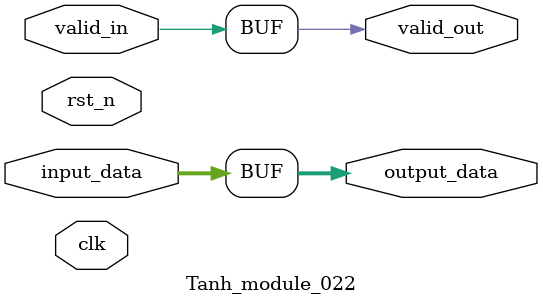
<source format=v>

module Tanh_module_022 (
    input clk,
    input rst_n,
    input valid_in,
    output valid_out,
    // Add specific ports based on operator type
    input [31:0] input_data,
    output [31:0] output_data
);

    // Module implementation would go here
    // This is a template - actual implementation depends on the operator
    
        // Generic operator implementation
    assign output_data = input_data; // Placeholder
    assign valid_out = valid_in;

endmodule

</source>
